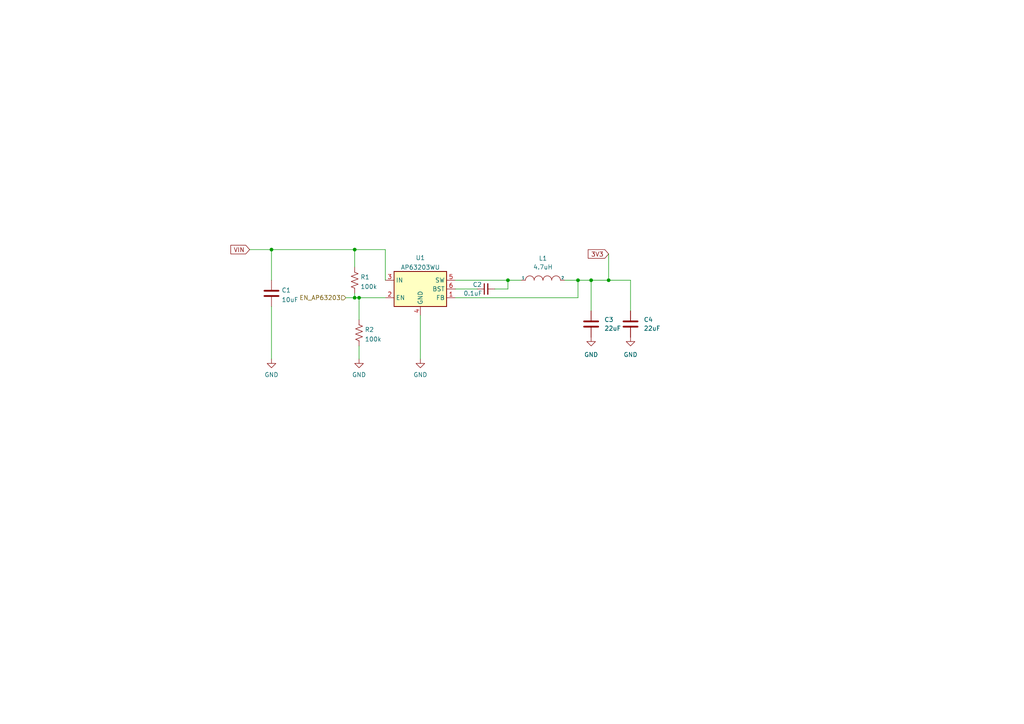
<source format=kicad_sch>
(kicad_sch (version 20211123) (generator eeschema)
  (paper "A4")
  (lib_symbols
    (symbol "D24V50F5:C" (pin_numbers hide) (pin_names (offset 0.254))
      (property "Reference" "C" (at 0.635 2.54 0))
      (property "Value" "C" (at 0.635 -2.54 0))
      (symbol "C_0_1"
        (polyline (pts (xy -2.032 -0.762) (xy 2.032 -0.762)) (stroke (width 0.508)))
        (polyline (pts (xy -2.032 0.762) (xy 2.032 0.762)) (stroke (width 0.508)))
      )
      (symbol "C_1_1"
        (pin passive line (at 0 3.81 270) (length 2.794) (name "~") (number "1"))
        (pin passive line (at 0 -3.81 90) (length 2.794) (name "~") (number "2"))
      )
    )
    (symbol "D24V50F5:C_Small" (pin_numbers hide) (pin_names (offset 0.254) hide)
      (property "Reference" "C" (at 0.254 1.778 0))
      (property "Value" "C_Small" (at 0.254 -2.032 0))
      (symbol "C_Small_0_1"
        (polyline (pts (xy -1.524 -0.508) (xy 1.524 -0.508)) (stroke (width 0.3302)))
        (polyline (pts (xy -1.524 0.508) (xy 1.524 0.508)) (stroke (width 0.3048)))
      )
      (symbol "C_Small_1_1"
        (pin passive line (at 0 2.54 270) (length 2.032) (name "~") (number "1"))
        (pin passive line (at 0 -2.54 90) (length 2.032) (name "~") (number "2"))
      )
    )
    (symbol "Device:C" (pin_numbers hide) (pin_names (offset 0.254))
      (property "Reference" "C" (at 0.635 2.54 0))
      (property "Value" "C" (at 0.635 -2.54 0))
      (symbol "C_0_1"
        (polyline (pts (xy -2.032 -0.762) (xy 2.032 -0.762)) (stroke (width 0.508)))
        (polyline (pts (xy -2.032 0.762) (xy 2.032 0.762)) (stroke (width 0.508)))
      )
      (symbol "C_1_1"
        (pin passive line (at 0 3.81 270) (length 2.794) (name "~") (number "1"))
        (pin passive line (at 0 -3.81 90) (length 2.794) (name "~") (number "2"))
      )
    )
    (symbol "Device:R_US" (pin_numbers hide) (pin_names (offset 0))
      (property "Reference" "R" (at 2.54 0 90))
      (property "Value" "R_US" (at -2.54 0 90))
      (symbol "R_US_0_1"
        (polyline (pts (xy 0 -2.286) (xy 0 -2.54)))
        (polyline (pts (xy 0 2.286) (xy 0 2.54)))
        (polyline (pts (xy 0 -0.762) (xy 1.016 -1.143) (xy 0 -1.524) (xy -1.016 -1.905) (xy 0 -2.286)))
        (polyline (pts (xy 0 0.762) (xy 1.016 0.381) (xy 0 0) (xy -1.016 -0.381) (xy 0 -0.762)))
        (polyline (pts (xy 0 2.286) (xy 1.016 1.905) (xy 0 1.524) (xy -1.016 1.143) (xy 0 0.762)))
      )
      (symbol "R_US_1_1"
        (pin passive line (at 0 3.81 270) (length 1.27) (name "~") (number "1"))
        (pin passive line (at 0 -3.81 90) (length 1.27) (name "~") (number "2"))
      )
    )
    (symbol "Regulator_Switching:AP63203WU"
      (property "Reference" "U" (at -7.62 6.35 0))
      (property "Value" "AP63203WU" (at 2.54 6.35 0))
      (symbol "AP63203WU_0_1"
        (rectangle (start -7.62 5.08) (end 7.62 -5.08) (stroke (width 0.254)) (fill (type background)))
      )
      (symbol "AP63203WU_1_1"
        (pin input line (at 10.16 -2.54 180) (length 2.54) (name "FB") (number "1"))
        (pin input line (at -10.16 -2.54 0) (length 2.54) (name "EN") (number "2"))
        (pin power_in line (at -10.16 2.54 0) (length 2.54) (name "IN") (number "3"))
        (pin power_in line (at 0 -7.62 90) (length 2.54) (name "GND") (number "4"))
        (pin output line (at 10.16 2.54 180) (length 2.54) (name "SW") (number "5"))
        (pin passive line (at 10.16 0 180) (length 2.54) (name "BST") (number "6"))
      )
    )
    (symbol "power:GND" (power) (pin_names (offset 0))
      (property "Value" "GND" (at 0 -3.81 0))
      (symbol "GND_0_1"
        (polyline (pts (xy 0 0) (xy 0 -1.27) (xy 1.27 -1.27) (xy 0 -2.54) (xy -1.27 -1.27) (xy 0 -1.27)))
      )
      (symbol "GND_1_1"
        (pin power_in line (at 0 0 270) (length 0) hide (name "GND") (number "1"))
      )
    )
    (symbol "pspice:INDUCTOR" (pin_numbers hide) (pin_names (offset 0))
      (property "Reference" "L" (at 0 2.54 0))
      (property "Value" "INDUCTOR" (at 0 -1.27 0))
      (symbol "INDUCTOR_0_1"
        (arc (start -2.54 0) (mid -3.81 1.27) (end -5.08 0))
        (arc (start 0 0) (mid -1.27 1.27) (end -2.54 0))
        (arc (start 2.54 0) (mid 1.27 1.27) (end 0 0))
        (arc (start 5.08 0) (mid 3.81 1.27) (end 2.54 0))
      )
      (symbol "INDUCTOR_1_1"
        (pin input line (at -6.35 0 0) (length 1.27) (name "1") (number "1"))
        (pin input line (at 6.35 0 180) (length 1.27) (name "2") (number "2"))
      )
    )
  )
  (junction (at 147.32 81.28))
  (junction (at 104.14 86.36))
  (junction (at 171.45 81.28))
  (junction (at 176.53 81.28))
  (junction (at 102.87 72.39))
  (junction (at 102.87 86.36))
  (junction (at 78.74 72.39))
  (junction (at 167.64 81.28))
  (wire (pts (xy 102.87 72.39) (xy 78.74 72.39)))
  (wire (pts (xy 167.64 81.28) (xy 167.64 86.36)))
  (wire (pts (xy 78.74 72.39) (xy 78.74 81.28)))
  (wire (pts (xy 104.14 86.36) (xy 104.14 92.71)))
  (wire (pts (xy 167.64 86.36) (xy 132.08 86.36)))
  (wire (pts (xy 104.14 100.33) (xy 104.14 104.14)))
  (wire (pts (xy 171.45 81.28) (xy 176.53 81.28)))
  (wire (pts (xy 147.32 81.28) (xy 151.13 81.28)))
  (wire (pts (xy 147.32 83.82) (xy 147.32 81.28)))
  (wire (pts (xy 102.87 86.36) (xy 104.14 86.36)))
  (wire (pts (xy 121.92 91.44) (xy 121.92 104.14)))
  (wire (pts (xy 102.87 85.09) (xy 102.87 86.36)))
  (wire (pts (xy 176.53 81.28) (xy 182.88 81.28)))
  (wire (pts (xy 163.83 81.28) (xy 167.64 81.28)))
  (wire (pts (xy 111.76 81.28) (xy 111.76 72.39)))
  (wire (pts (xy 104.14 86.36) (xy 111.76 86.36)))
  (wire (pts (xy 111.76 72.39) (xy 102.87 72.39)))
  (wire (pts (xy 182.88 81.28) (xy 182.88 90.17)))
  (wire (pts (xy 147.32 83.82) (xy 143.51 83.82)))
  (wire (pts (xy 78.74 72.39) (xy 72.39 72.39)))
  (wire (pts (xy 176.53 73.66) (xy 176.53 81.28)))
  (wire (pts (xy 132.08 83.82) (xy 138.43 83.82)))
  (wire (pts (xy 171.45 81.28) (xy 171.45 90.17)))
  (wire (pts (xy 100.33 86.36) (xy 102.87 86.36)))
  (wire (pts (xy 167.64 81.28) (xy 171.45 81.28)))
  (wire (pts (xy 102.87 72.39) (xy 102.87 77.47)))
  (wire (pts (xy 132.08 81.28) (xy 147.32 81.28)))
  (wire (pts (xy 78.74 88.9) (xy 78.74 104.14)))
  (global_label "VIN" (shape input) (at 72.39 72.39 180) (property "Intersheet References" "${INTERSHEET_REFS}" (effects hide)))
  (global_label "3V3" (shape input) (at 176.53 73.66 180) (property "Intersheet References" "${INTERSHEET_REFS}" (effects hide)))
  (hierarchical_label "EN_AP63203" (shape input) (at 100.33 86.36 180))
  (symbol (lib_id "Device:R_US") (at 102.87 81.28 0) (unit 1)
    (property "Reference" "R1" (at 104.521 80.3715 0) (effects (justify left)))
    (property "Value" "100k" (at 104.521 83.1466 0) (effects (justify left)))
    (property "Footprint" "Resistor_SMD:R_0805_2012Metric" (effects hide))
  )
  (symbol (lib_id "Regulator_Switching:AP63203WU") (at 121.92 83.82 0) (unit 1)
    (property "Reference" "U1" (at 121.92 74.7735 0))
    (property "Value" "AP63203WU" (at 121.92 77.5486 0))
    (property "Footprint" "Package_TO_SOT_SMD:TSOT-23-6" (effects hide))
    (property "Datasheet" "https://www.diodes.com/assets/Datasheets/AP63200-AP63201-AP63203-AP63205.pdf" (effects hide))
  )
  (symbol (lib_id "Device:R_US") (at 104.14 96.52 0) (unit 1)
    (property "Reference" "R2" (at 105.791 95.6115 0) (effects (justify left)))
    (property "Value" "100k" (at 105.791 98.3866 0) (effects (justify left)))
    (property "Footprint" "Resistor_SMD:R_0805_2012Metric" (effects hide))
  )
  (symbol (lib_id "power:GND") (at 121.92 104.14 0) (unit 1)
    (property "Reference" "#PWR?" (effects hide))
    (property "Value" "GND" (at 121.92 108.7025 0))
  )
  (symbol (lib_id "power:GND") (at 182.88 97.79 0) (unit 1)
    (property "Reference" "#PWR?" (effects hide))
    (property "Value" "GND" (at 182.88 102.87 0))
  )
  (symbol (lib_id "power:GND") (at 104.14 104.14 0) (unit 1)
    (property "Reference" "#PWR?" (effects hide))
    (property "Value" "GND" (at 104.14 108.7025 0))
  )
  (symbol (lib_id "power:GND") (at 78.74 104.14 0) (unit 1)
    (property "Reference" "#PWR?" (effects hide))
    (property "Value" "GND" (at 78.74 108.7025 0))
  )
  (symbol (lib_id "pspice:INDUCTOR") (at 157.48 81.28 0) (unit 1)
    (property "Reference" "L1" (at 157.48 74.93 0))
    (property "Value" "4.7uH" (at 157.48 77.47 0))
  )
  (symbol (lib_id "D24V50F5:C_Small") (at 140.97 83.82 90) (unit 1)
    (property "Reference" "C2" (at 138.43 82.55 90))
    (property "Value" "0.1uF" (at 137.16 85.09 90))
  )
  (symbol (lib_id "power:GND") (at 171.45 97.79 0) (unit 1)
    (property "Reference" "#PWR?" (effects hide))
    (property "Value" "GND" (at 171.45 102.87 0))
  )
  (symbol (lib_id "D24V50F5:C") (at 182.88 93.98 0) (unit 1)
    (property "Reference" "C4" (at 186.69 92.7099 0) (effects (justify left)))
    (property "Value" "22uF" (at 186.69 95.2499 0) (effects (justify left)))
  )
  (symbol (lib_id "Device:C") (at 78.74 85.09 0) (unit 1)
    (property "Reference" "C1" (at 81.661 84.1815 0) (effects (justify left)))
    (property "Value" "10uF" (at 81.661 86.9566 0) (effects (justify left)))
    (property "Footprint" "Capacitor_SMD:C_0805_2012Metric" (effects hide))
  )
  (symbol (lib_id "D24V50F5:C") (at 171.45 93.98 0) (unit 1)
    (property "Reference" "C3" (at 175.26 92.7099 0) (effects (justify left)))
    (property "Value" "22uF" (at 175.26 95.2499 0) (effects (justify left)))
  )
)
</source>
